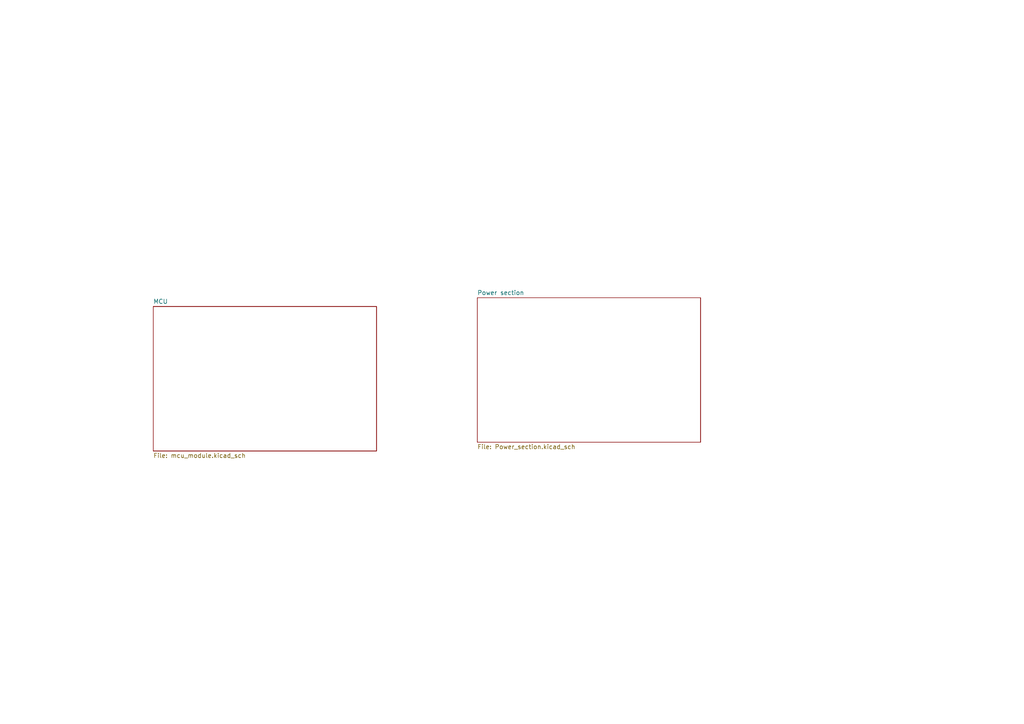
<source format=kicad_sch>
(kicad_sch
	(version 20231120)
	(generator "eeschema")
	(generator_version "8.0")
	(uuid "3fb882ac-3033-4424-9098-7d45c59f65ea")
	(paper "A4")
	(lib_symbols)
	(sheet
		(at 44.45 88.9)
		(size 64.77 41.91)
		(fields_autoplaced yes)
		(stroke
			(width 0.1524)
			(type solid)
		)
		(fill
			(color 0 0 0 0.0000)
		)
		(uuid "5c4665e9-dea7-4b97-947e-e6c6dd0cad86")
		(property "Sheetname" "MCU"
			(at 44.45 88.1884 0)
			(effects
				(font
					(size 1.27 1.27)
				)
				(justify left bottom)
			)
		)
		(property "Sheetfile" "mcu_module.kicad_sch"
			(at 44.45 131.3946 0)
			(effects
				(font
					(size 1.27 1.27)
				)
				(justify left top)
			)
		)
		(instances
			(project "smart_relay_2_0.3"
				(path "/3fb882ac-3033-4424-9098-7d45c59f65ea"
					(page "2")
				)
			)
		)
	)
	(sheet
		(at 138.43 86.36)
		(size 64.77 41.91)
		(fields_autoplaced yes)
		(stroke
			(width 0.1524)
			(type solid)
		)
		(fill
			(color 0 0 0 0.0000)
		)
		(uuid "cbebe016-515f-431f-8de7-c18ee2ee2fb5")
		(property "Sheetname" "Power section"
			(at 138.43 85.6484 0)
			(effects
				(font
					(size 1.27 1.27)
				)
				(justify left bottom)
			)
		)
		(property "Sheetfile" "Power_section.kicad_sch"
			(at 138.43 128.8546 0)
			(effects
				(font
					(size 1.27 1.27)
				)
				(justify left top)
			)
		)
		(instances
			(project "smart_relay_2_0.3"
				(path "/3fb882ac-3033-4424-9098-7d45c59f65ea"
					(page "3")
				)
			)
		)
	)
	(sheet_instances
		(path "/"
			(page "1")
		)
	)
)

</source>
